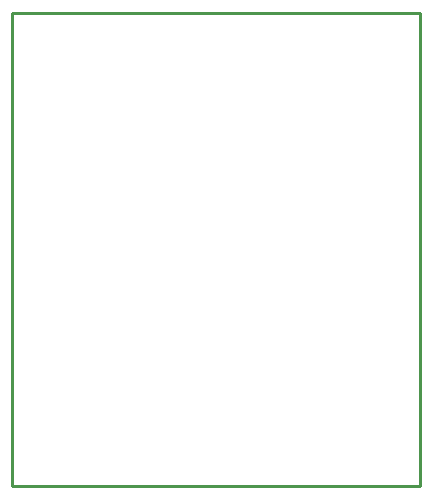
<source format=gko>
G04 Layer: BoardOutlineLayer*
G04 EasyEDA v6.5.37, 2023-11-02 15:14:11*
G04 70c171ed55f9412ebf638e9d120c17bd,3a11b6de39944756a1cf0add2bf12301,10*
G04 Gerber Generator version 0.2*
G04 Scale: 100 percent, Rotated: No, Reflected: No *
G04 Dimensions in millimeters *
G04 leading zeros omitted , absolute positions ,4 integer and 5 decimal *
%FSLAX45Y45*%
%MOMM*%

%ADD10C,0.2540*%
D10*
X699998Y5999987D02*
G01*
X4152892Y5999987D01*
X4152892Y1999995D01*
X699998Y1999995D01*
X699998Y5999987D01*

%LPD*%
M02*

</source>
